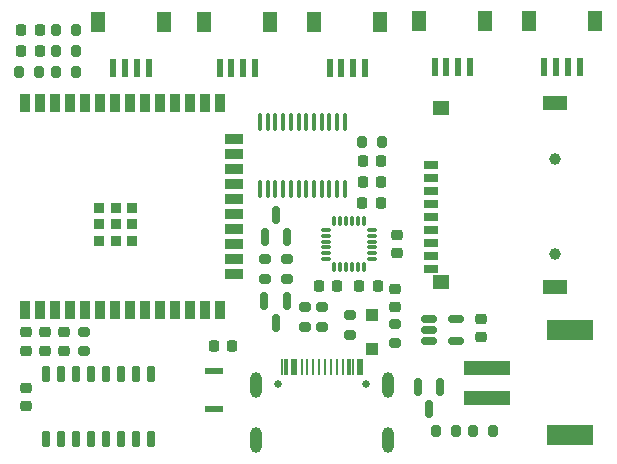
<source format=gbr>
%TF.GenerationSoftware,KiCad,Pcbnew,6.0.10-2.fc37*%
%TF.CreationDate,2023-04-26T13:00:43+02:00*%
%TF.ProjectId,motherboard,6d6f7468-6572-4626-9f61-72642e6b6963,rev?*%
%TF.SameCoordinates,Original*%
%TF.FileFunction,Soldermask,Top*%
%TF.FilePolarity,Negative*%
%FSLAX46Y46*%
G04 Gerber Fmt 4.6, Leading zero omitted, Abs format (unit mm)*
G04 Created by KiCad (PCBNEW 6.0.10-2.fc37) date 2023-04-26 13:00:43*
%MOMM*%
%LPD*%
G01*
G04 APERTURE LIST*
G04 Aperture macros list*
%AMRoundRect*
0 Rectangle with rounded corners*
0 $1 Rounding radius*
0 $2 $3 $4 $5 $6 $7 $8 $9 X,Y pos of 4 corners*
0 Add a 4 corners polygon primitive as box body*
4,1,4,$2,$3,$4,$5,$6,$7,$8,$9,$2,$3,0*
0 Add four circle primitives for the rounded corners*
1,1,$1+$1,$2,$3*
1,1,$1+$1,$4,$5*
1,1,$1+$1,$6,$7*
1,1,$1+$1,$8,$9*
0 Add four rect primitives between the rounded corners*
20,1,$1+$1,$2,$3,$4,$5,0*
20,1,$1+$1,$4,$5,$6,$7,0*
20,1,$1+$1,$6,$7,$8,$9,0*
20,1,$1+$1,$8,$9,$2,$3,0*%
G04 Aperture macros list end*
%ADD10C,0.670000*%
%ADD11R,0.250000X1.450000*%
%ADD12R,0.300000X1.450000*%
%ADD13RoundRect,0.500000X0.000000X-0.600000X0.000000X-0.600000X0.000000X0.600000X0.000000X0.600000X0*%
%ADD14RoundRect,0.200000X0.200000X0.275000X-0.200000X0.275000X-0.200000X-0.275000X0.200000X-0.275000X0*%
%ADD15RoundRect,0.200000X0.275000X-0.200000X0.275000X0.200000X-0.275000X0.200000X-0.275000X-0.200000X0*%
%ADD16R,0.600000X1.550000*%
%ADD17R,1.200000X1.800000*%
%ADD18RoundRect,0.200000X-0.200000X-0.275000X0.200000X-0.275000X0.200000X0.275000X-0.200000X0.275000X0*%
%ADD19RoundRect,0.150000X-0.150000X0.587500X-0.150000X-0.587500X0.150000X-0.587500X0.150000X0.587500X0*%
%ADD20RoundRect,0.150000X-0.512500X-0.150000X0.512500X-0.150000X0.512500X0.150000X-0.512500X0.150000X0*%
%ADD21RoundRect,0.225000X-0.250000X0.225000X-0.250000X-0.225000X0.250000X-0.225000X0.250000X0.225000X0*%
%ADD22RoundRect,0.225000X-0.225000X-0.250000X0.225000X-0.250000X0.225000X0.250000X-0.225000X0.250000X0*%
%ADD23R,4.000000X1.300000*%
%ADD24R,3.900000X1.800000*%
%ADD25RoundRect,0.200000X-0.275000X0.200000X-0.275000X-0.200000X0.275000X-0.200000X0.275000X0.200000X0*%
%ADD26RoundRect,0.218750X-0.218750X-0.256250X0.218750X-0.256250X0.218750X0.256250X-0.218750X0.256250X0*%
%ADD27RoundRect,0.075000X-0.350000X-0.075000X0.350000X-0.075000X0.350000X0.075000X-0.350000X0.075000X0*%
%ADD28RoundRect,0.075000X0.075000X-0.350000X0.075000X0.350000X-0.075000X0.350000X-0.075000X-0.350000X0*%
%ADD29R,1.500000X0.550000*%
%ADD30RoundRect,0.049600X0.260400X-0.605400X0.260400X0.605400X-0.260400X0.605400X-0.260400X-0.605400X0*%
%ADD31RoundRect,0.225000X0.250000X-0.225000X0.250000X0.225000X-0.250000X0.225000X-0.250000X-0.225000X0*%
%ADD32RoundRect,0.150000X0.150000X-0.587500X0.150000X0.587500X-0.150000X0.587500X-0.150000X-0.587500X0*%
%ADD33RoundRect,0.100000X-0.100000X0.637500X-0.100000X-0.637500X0.100000X-0.637500X0.100000X0.637500X0*%
%ADD34RoundRect,0.225000X0.225000X0.250000X-0.225000X0.250000X-0.225000X-0.250000X0.225000X-0.250000X0*%
%ADD35R,1.100000X1.100000*%
%ADD36R,0.900000X1.500000*%
%ADD37R,1.500000X0.900000*%
%ADD38R,0.900000X0.900000*%
%ADD39C,1.000000*%
%ADD40R,1.300000X0.700000*%
%ADD41R,1.400000X1.200000*%
%ADD42R,2.000000X1.200000*%
G04 APERTURE END LIST*
D10*
%TO.C,J1*%
X144570000Y-111275000D03*
X152070000Y-111275000D03*
D11*
X144945000Y-109900000D03*
X145745000Y-109900000D03*
X147070000Y-109900000D03*
X148070000Y-109900000D03*
X148570000Y-109900000D03*
X149570000Y-109900000D03*
X150895000Y-109900000D03*
X151695000Y-109900000D03*
D12*
X151420000Y-109900000D03*
X150620000Y-109900000D03*
D11*
X150070000Y-109900000D03*
X149070000Y-109900000D03*
X147570000Y-109900000D03*
X146570000Y-109900000D03*
D12*
X146020000Y-109900000D03*
X145220000Y-109900000D03*
D13*
X142740000Y-111360000D03*
X153900000Y-116040000D03*
X142740000Y-116030000D03*
X153900000Y-111360000D03*
%TD*%
D14*
%TO.C,R9*%
X159635000Y-115310000D03*
X157985000Y-115310000D03*
%TD*%
D15*
%TO.C,R2*%
X150670000Y-105475000D03*
X150670000Y-107125000D03*
%TD*%
D14*
%TO.C,R10*%
X127465000Y-81360000D03*
X125815000Y-81360000D03*
%TD*%
D15*
%TO.C,R13*%
X146850000Y-106445000D03*
X146850000Y-104795000D03*
%TD*%
D16*
%TO.C,J3*%
X170140000Y-84460000D03*
X169140000Y-84460000D03*
X168140000Y-84460000D03*
X167140000Y-84460000D03*
D17*
X171440000Y-80585000D03*
X165840000Y-80585000D03*
%TD*%
D18*
%TO.C,R12*%
X125790000Y-84860000D03*
X127440000Y-84860000D03*
%TD*%
D19*
%TO.C,Q1*%
X158310000Y-111532500D03*
X156410000Y-111532500D03*
X157360000Y-113407500D03*
%TD*%
D15*
%TO.C,R5*%
X154470000Y-107835000D03*
X154470000Y-106185000D03*
%TD*%
D20*
%TO.C,U2*%
X157332500Y-105770000D03*
X157332500Y-106720000D03*
X157332500Y-107670000D03*
X159607500Y-107670000D03*
X159607500Y-105770000D03*
%TD*%
D14*
%TO.C,R11*%
X124335000Y-84850000D03*
X122685000Y-84850000D03*
%TD*%
D21*
%TO.C,C4*%
X161800000Y-105760000D03*
X161800000Y-107310000D03*
%TD*%
%TO.C,C5*%
X123255000Y-111605000D03*
X123255000Y-113155000D03*
%TD*%
D22*
%TO.C,C14*%
X151730000Y-95990000D03*
X153280000Y-95990000D03*
%TD*%
D16*
%TO.C,J4*%
X160840000Y-84460000D03*
X159840000Y-84460000D03*
X158840000Y-84460000D03*
X157840000Y-84460000D03*
D17*
X162140000Y-80585000D03*
X156540000Y-80585000D03*
%TD*%
D22*
%TO.C,C9*%
X151770000Y-92450000D03*
X153320000Y-92450000D03*
%TD*%
D23*
%TO.C,J8*%
X162240000Y-112460000D03*
X162240000Y-109960000D03*
D24*
X169290000Y-115660000D03*
X169290000Y-106760000D03*
%TD*%
D25*
%TO.C,R4*%
X145330000Y-100740000D03*
X145330000Y-102390000D03*
%TD*%
D21*
%TO.C,C7*%
X124890000Y-108485000D03*
X124890000Y-106935000D03*
%TD*%
D19*
%TO.C,Q3*%
X145330000Y-104272500D03*
X143430000Y-104272500D03*
X144380000Y-106147500D03*
%TD*%
D15*
%TO.C,R1*%
X128140000Y-108535000D03*
X128140000Y-106885000D03*
%TD*%
D26*
%TO.C,D3*%
X122822500Y-81350000D03*
X124397500Y-81350000D03*
%TD*%
D27*
%TO.C,U5*%
X148655000Y-98240000D03*
X148655000Y-98740000D03*
X148655000Y-99240000D03*
X148655000Y-99740000D03*
X148655000Y-100240000D03*
X148655000Y-100740000D03*
D28*
X149355000Y-101440000D03*
X149855000Y-101440000D03*
X150355000Y-101440000D03*
X150855000Y-101440000D03*
X151355000Y-101440000D03*
X151855000Y-101440000D03*
D27*
X152555000Y-100740000D03*
X152555000Y-100240000D03*
X152555000Y-99740000D03*
X152555000Y-99240000D03*
X152555000Y-98740000D03*
X152555000Y-98240000D03*
D28*
X151855000Y-97540000D03*
X151355000Y-97540000D03*
X150855000Y-97540000D03*
X150355000Y-97540000D03*
X149855000Y-97540000D03*
X149355000Y-97540000D03*
%TD*%
D29*
%TO.C,S1*%
X139140000Y-113460000D03*
X139140000Y-110210000D03*
%TD*%
D26*
%TO.C,D2*%
X122860000Y-83100000D03*
X124435000Y-83100000D03*
%TD*%
D14*
%TO.C,R6*%
X127465000Y-83110000D03*
X125815000Y-83110000D03*
%TD*%
D30*
%TO.C,U3*%
X124945000Y-115960000D03*
X126215000Y-115960000D03*
X127485000Y-115960000D03*
X128755000Y-115960000D03*
X130025000Y-115960000D03*
X131295000Y-115960000D03*
X132565000Y-115960000D03*
X133835000Y-115960000D03*
X133835000Y-110460000D03*
X132565000Y-110460000D03*
X131295000Y-110460000D03*
X130025000Y-110460000D03*
X128755000Y-110460000D03*
X127485000Y-110460000D03*
X126215000Y-110460000D03*
X124945000Y-110460000D03*
%TD*%
D14*
%TO.C,R8*%
X162765000Y-115280000D03*
X161115000Y-115280000D03*
%TD*%
D31*
%TO.C,C11*%
X154650000Y-100235000D03*
X154650000Y-98685000D03*
%TD*%
D16*
%TO.C,J6*%
X142640000Y-84560000D03*
X141640000Y-84560000D03*
X140640000Y-84560000D03*
X139640000Y-84560000D03*
D17*
X143940000Y-80685000D03*
X138340000Y-80685000D03*
%TD*%
D32*
%TO.C,Q2*%
X143440000Y-98897500D03*
X145340000Y-98897500D03*
X144390000Y-97022500D03*
%TD*%
D21*
%TO.C,C8*%
X123230000Y-108470000D03*
X123230000Y-106920000D03*
%TD*%
D33*
%TO.C,U4*%
X150215000Y-89097500D03*
X149565000Y-89097500D03*
X148915000Y-89097500D03*
X148265000Y-89097500D03*
X147615000Y-89097500D03*
X146965000Y-89097500D03*
X146315000Y-89097500D03*
X145665000Y-89097500D03*
X145015000Y-89097500D03*
X144365000Y-89097500D03*
X143715000Y-89097500D03*
X143065000Y-89097500D03*
X143065000Y-94822500D03*
X143715000Y-94822500D03*
X144365000Y-94822500D03*
X145015000Y-94822500D03*
X145665000Y-94822500D03*
X146315000Y-94822500D03*
X146965000Y-94822500D03*
X147615000Y-94822500D03*
X148265000Y-94822500D03*
X148915000Y-94822500D03*
X149565000Y-94822500D03*
X150215000Y-94822500D03*
%TD*%
D21*
%TO.C,C2*%
X126440000Y-106935000D03*
X126440000Y-108485000D03*
%TD*%
D34*
%TO.C,C1*%
X140695000Y-108070000D03*
X139145000Y-108070000D03*
%TD*%
D22*
%TO.C,C10*%
X151770000Y-94200000D03*
X153320000Y-94200000D03*
%TD*%
%TO.C,C13*%
X151475000Y-103040000D03*
X153025000Y-103040000D03*
%TD*%
D14*
%TO.C,R7*%
X151725000Y-90840000D03*
X153375000Y-90840000D03*
%TD*%
D35*
%TO.C,D1*%
X152550000Y-108300000D03*
X152550000Y-105500000D03*
%TD*%
D36*
%TO.C,U1*%
X123130000Y-105042500D03*
X124400000Y-105042500D03*
X125670000Y-105042500D03*
X126940000Y-105042500D03*
X128210000Y-105042500D03*
X129480000Y-105042500D03*
X130750000Y-105042500D03*
X132020000Y-105042500D03*
X133290000Y-105042500D03*
X134560000Y-105042500D03*
X135830000Y-105042500D03*
X137100000Y-105042500D03*
X138370000Y-105042500D03*
X139640000Y-105042500D03*
D37*
X140890000Y-102007500D03*
X140890000Y-100737500D03*
X140890000Y-99467500D03*
X140890000Y-98197500D03*
X140890000Y-96927500D03*
X140890000Y-95657500D03*
X140890000Y-94387500D03*
X140890000Y-93117500D03*
X140890000Y-91847500D03*
X140890000Y-90577500D03*
D36*
X139640000Y-87542500D03*
X138370000Y-87542500D03*
X137100000Y-87542500D03*
X135830000Y-87542500D03*
X134560000Y-87542500D03*
X133290000Y-87542500D03*
X132020000Y-87542500D03*
X130750000Y-87542500D03*
X129480000Y-87542500D03*
X128210000Y-87542500D03*
X126940000Y-87542500D03*
X125670000Y-87542500D03*
X124400000Y-87542500D03*
X123130000Y-87542500D03*
D38*
X129450000Y-99192500D03*
X129450000Y-97792500D03*
X129450000Y-96392500D03*
X130850000Y-99192500D03*
X130850000Y-97792500D03*
X130850000Y-96392500D03*
X132250000Y-99192500D03*
X132250000Y-97792500D03*
X132250000Y-96392500D03*
%TD*%
D15*
%TO.C,R3*%
X143440000Y-102390000D03*
X143440000Y-100740000D03*
%TD*%
D22*
%TO.C,C12*%
X148055000Y-103040000D03*
X149605000Y-103040000D03*
%TD*%
D31*
%TO.C,C3*%
X154470000Y-104815000D03*
X154470000Y-103265000D03*
%TD*%
D39*
%TO.C,111*%
X168065000Y-92260000D03*
X168065000Y-100260000D03*
D40*
X157515000Y-92750000D03*
X157515000Y-93850000D03*
X157515000Y-94950000D03*
X157515000Y-96050000D03*
X157515000Y-97150000D03*
X157515000Y-98250000D03*
X157515000Y-99350000D03*
X157515000Y-100450000D03*
X157515000Y-101550000D03*
D41*
X158365000Y-102650000D03*
D42*
X168065000Y-103070000D03*
X168065000Y-87550000D03*
D41*
X158365000Y-87970000D03*
%TD*%
D16*
%TO.C,J7*%
X133640000Y-84560000D03*
X132640000Y-84560000D03*
X131640000Y-84560000D03*
X130640000Y-84560000D03*
D17*
X134940000Y-80685000D03*
X129340000Y-80685000D03*
%TD*%
D15*
%TO.C,R14*%
X148320000Y-106445000D03*
X148320000Y-104795000D03*
%TD*%
D16*
%TO.C,J5*%
X151940000Y-84560000D03*
X150940000Y-84560000D03*
X149940000Y-84560000D03*
X148940000Y-84560000D03*
D17*
X153240000Y-80685000D03*
X147640000Y-80685000D03*
%TD*%
M02*

</source>
